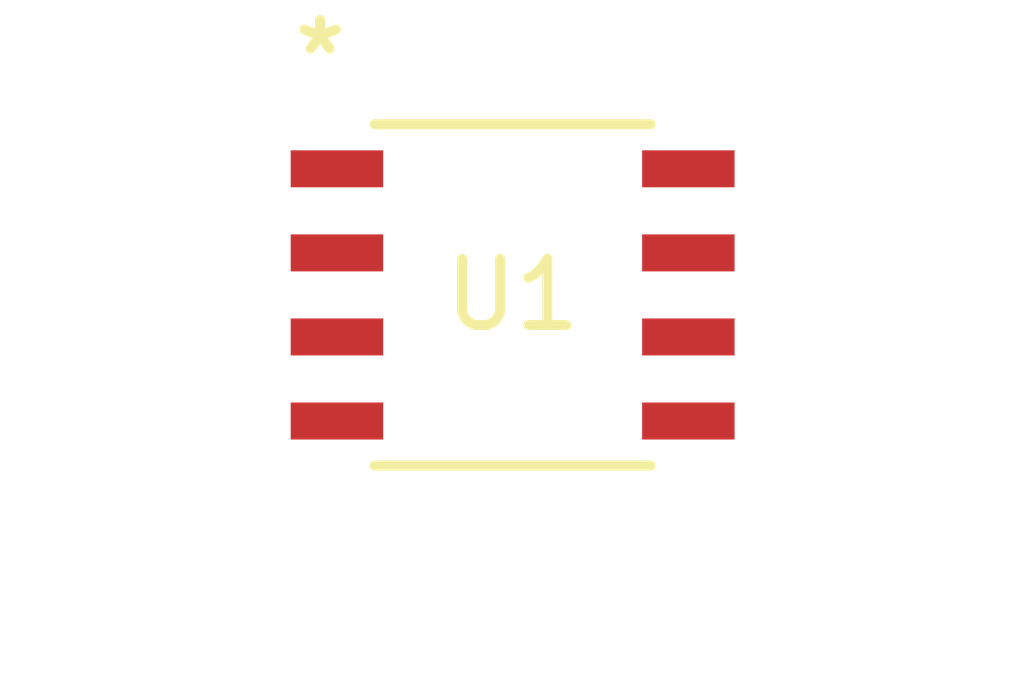
<source format=kicad_pcb>
(kicad_pcb (version 20211014) (generator pcbnew)
  (layers (0 "F.Cu" signal) (31 "B.Cu" signal) (34 "B.Paste" user) (35 "F.Paste" user) (36 "B.SilkS" user "B.Silkscreen") (37 "F.SilkS" user "F.Silkscreen") (38 "B.Mask" user) (39 "F.Mask" user) (44 "Edge.Cuts" user))
  (net 0 "")
  (footprint "PIC16F15313T-ISN:SOIC8_SN_MCH" (layer "F.Cu") (at 165.1 88.9)
    (fp_text reference "U1" (at 0 0 unlocked) (layer "F.SilkS"))
    (fp_text value "PIC16F15313T-I_SN")
    (fp_text user "*" (at -2.9083 -3.6068) (layer "F.SilkS"))
    (fp_text user "*" (at -2.9083 -3.6068 unlocked) (layer "F.SilkS"))
    (fp_line (start 2.0828 -2.5781) (end -2.0828 -2.5781) (layer "F.SilkS") (width 0.1524))
    (fp_line (start -2.0828 2.5781) (end 2.0828 2.5781) (layer "F.SilkS") (width 0.1524))
    (pad "1" smd rect (at -2.6543 -1.905) (size 1.397 0.5588) (layers "F.Cu" "F.Paste" "F.Mask"))
    (pad "2" smd rect (at -2.6543 -0.635) (size 1.397 0.5588) (layers "F.Cu" "F.Paste" "F.Mask"))
    (pad "3" smd rect (at -2.6543 0.635) (size 1.397 0.5588) (layers "F.Cu" "F.Paste" "F.Mask"))
    (pad "4" smd rect (at -2.6543 1.905) (size 1.397 0.5588) (layers "F.Cu" "F.Paste" "F.Mask"))
    (pad "5" smd rect (at 2.6543 1.905) (size 1.397 0.5588) (layers "F.Cu" "F.Paste" "F.Mask"))
    (pad "6" smd rect (at 2.6543 0.635) (size 1.397 0.5588) (layers "F.Cu" "F.Paste" "F.Mask"))
    (pad "7" smd rect (at 2.6543 -0.635) (size 1.397 0.5588) (layers "F.Cu" "F.Paste" "F.Mask"))
    (pad "8" smd rect (at 2.6543 -1.905) (size 1.397 0.5588) (layers "F.Cu" "F.Paste" "F.Mask"))
  )
)
</source>
